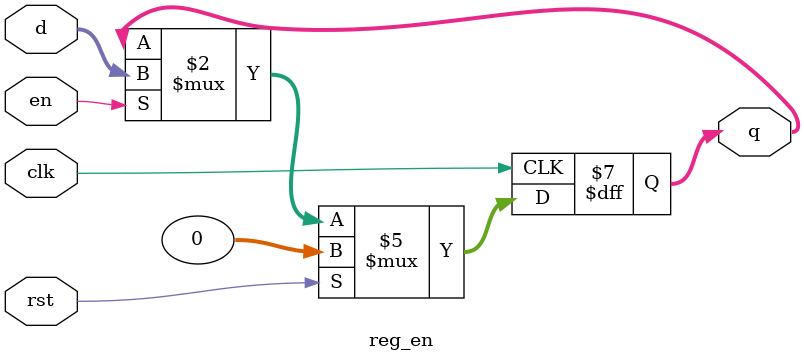
<source format=sv>
module fsm_counter (
    input  wire clk,
    input  wire rst,
    input  wire start,
    input  wire stop,
    output logic [2:0] counter
    // output wire [1:0] state

`ifndef VERILOG
    // dummy
    , input wire [31:0] d
    , output wire [31:0] q
`endif
);

    // 2-bit state encoding using SystemVerilog typedef enum
    typedef enum logic [1:0] {
        IDLE = 2'd0,
        INIT = 2'd1,
        RUN  = 2'd2,
        DONE = 2'd3
    } state_t;

    // Internal signals for state and counter
    state_t state;
    // logic [2:0] counter;

    // Synchronous state update and counter logic
    always @(posedge clk) begin
        if (!rst) begin
            // Reset condition
            state   <= IDLE;
            counter <= 3'd0;
        end
        else begin
            case (state)
                IDLE: begin
                    // Remain in IDLE until 'start' is 1
                    counter <= 3'd0;  // keep counter at 0 in IDLE
                    if (start) begin
                        state <= INIT;
                    end
                end

                INIT: begin
                    // Initialize counter to 0, then go to RUN
                    counter <= 3'd0;
                    state   <= RUN;
                end

                RUN: begin
                    // Increment counter each cycle in RUN
                    counter <= counter + 1'b1;
                    // Transition to DONE if stop && (counter >= 5)
                    if (stop && (counter >= 3'd5) && (counter <= 3'd6)) begin
                        state <= DONE;
                    end
                end

                DONE: begin
                    // Once in DONE, remain here
                    state <= DONE;
                end

                default: begin
                    // Default for completeness
                    state <= IDLE;
                end
            endcase
        end
    end

`ifndef VERILOG
    reg_en regm (
        .clk(clk)
        , .rst(rst)
        , .en(start)
        , .d(d)
        , .q(q)
    );
`endif


endmodule

`ifndef VERILOG
module reg_en (
    input wire clk,
    input wire rst,
    input wire en,
    input wire [31:0] d,
    output wire [31:0] q
);

    logic [31:0] q;

    always @(posedge clk) begin
        if (rst) begin
            q <= 32'h0;
        end else if (en) begin
            q <= d;
        end
    end

endmodule
`endif

</source>
